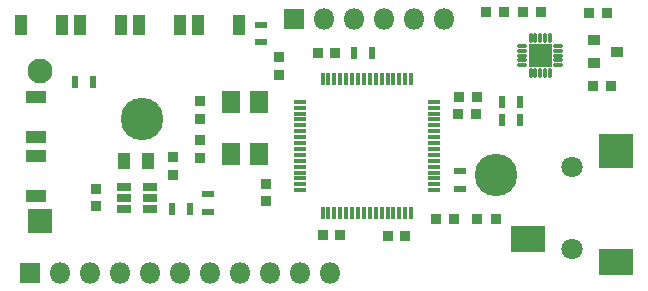
<source format=gts>
G04 #@! TF.FileFunction,Soldermask,Top*
%FSLAX46Y46*%
G04 Gerber Fmt 4.6, Leading zero omitted, Abs format (unit mm)*
G04 Created by KiCad (PCBNEW 4.0.7-e0-6372~58~ubuntu16.10.1) date Sun Jan  7 20:34:22 2018*
%MOMM*%
%LPD*%
G01*
G04 APERTURE LIST*
%ADD10C,0.100000*%
%ADD11R,0.850000X0.900000*%
%ADD12R,0.900000X0.850000*%
%ADD13R,1.100000X1.350000*%
%ADD14R,0.600000X1.000000*%
%ADD15R,1.000000X0.600000*%
%ADD16R,1.160000X0.750000*%
%ADD17R,2.100000X2.100000*%
%ADD18C,2.100000*%
%ADD19C,3.600000*%
%ADD20O,0.850000X0.300000*%
%ADD21O,0.300000X0.850000*%
%ADD22R,1.025000X1.025000*%
%ADD23R,1.100000X0.350000*%
%ADD24R,0.350000X1.100000*%
%ADD25C,1.800000*%
%ADD26R,2.900000X2.300000*%
%ADD27R,2.900000X2.900000*%
%ADD28R,1.499540X1.900860*%
%ADD29R,1.000000X0.900000*%
%ADD30R,1.000000X1.800000*%
%ADD31R,1.800000X1.000000*%
%ADD32R,1.800000X1.800000*%
%ADD33O,1.800000X1.800000*%
%ADD34R,0.900000X0.900000*%
G04 APERTURE END LIST*
D10*
D11*
X137790000Y-100020000D03*
X137790000Y-98520000D03*
D12*
X164020000Y-102500000D03*
X162520000Y-102500000D03*
D11*
X153350000Y-88920000D03*
X153350000Y-87420000D03*
X144320000Y-97390000D03*
X144320000Y-95890000D03*
D12*
X157010000Y-102460000D03*
X158510000Y-102460000D03*
X168148000Y-101092000D03*
X166648000Y-101092000D03*
X170050000Y-90730000D03*
X168550000Y-90730000D03*
X158090000Y-87070000D03*
X156590000Y-87070000D03*
D13*
X142190000Y-96220000D03*
X140190000Y-96220000D03*
D14*
X159655000Y-87045000D03*
X161155000Y-87045000D03*
D15*
X147340000Y-99010000D03*
X147340000Y-100510000D03*
D14*
X144250000Y-100290000D03*
X145750000Y-100290000D03*
D16*
X140190000Y-98370000D03*
X140190000Y-99320000D03*
X140190000Y-100270000D03*
X142390000Y-100270000D03*
X142390000Y-98370000D03*
X142390000Y-99320000D03*
D17*
X133114000Y-101299500D03*
D18*
X133114000Y-88599500D03*
D19*
X141750000Y-92600000D03*
X171722000Y-97337100D03*
D11*
X146640000Y-92650000D03*
X146640000Y-91150000D03*
X146640000Y-95910000D03*
X146640000Y-94410000D03*
D12*
X170010000Y-92220000D03*
X168510000Y-92220000D03*
X181050000Y-83660000D03*
X179550000Y-83660000D03*
X172330000Y-83590000D03*
X170830000Y-83590000D03*
X173990000Y-83590000D03*
X175490000Y-83590000D03*
D15*
X151790000Y-84650000D03*
X151790000Y-86150000D03*
D14*
X172180000Y-92760000D03*
X173680000Y-92760000D03*
X172180000Y-91190000D03*
X173680000Y-91190000D03*
D20*
X176927500Y-88072500D03*
X176927500Y-87672500D03*
X176927500Y-87272500D03*
X176927500Y-86872500D03*
X176927500Y-86472500D03*
D21*
X176227500Y-85772500D03*
X175827500Y-85772500D03*
X175427500Y-85772500D03*
X175027500Y-85772500D03*
X174627500Y-85772500D03*
D20*
X173927500Y-86472500D03*
X173927500Y-86872500D03*
X173927500Y-87272500D03*
X173927500Y-87672500D03*
X173927500Y-88072500D03*
D21*
X174627500Y-88772500D03*
X175027500Y-88772500D03*
X175427500Y-88772500D03*
X175827500Y-88772500D03*
X176227500Y-88772500D03*
D22*
X174965000Y-86810000D03*
X174965000Y-87735000D03*
X175890000Y-86810000D03*
X175890000Y-87735000D03*
D23*
X155055000Y-91170000D03*
X155055000Y-91670000D03*
X155055000Y-92170000D03*
X155055000Y-92670000D03*
X155055000Y-93170000D03*
X155055000Y-93670000D03*
X155055000Y-94170000D03*
X155055000Y-94670000D03*
X155055000Y-95170000D03*
X155055000Y-95670000D03*
X155055000Y-96170000D03*
X155055000Y-96670000D03*
X155055000Y-97170000D03*
X155055000Y-97670000D03*
X155055000Y-98170000D03*
X155055000Y-98670000D03*
D24*
X157005000Y-100620000D03*
X157505000Y-100620000D03*
X158005000Y-100620000D03*
X158505000Y-100620000D03*
X159005000Y-100620000D03*
X159505000Y-100620000D03*
X160005000Y-100620000D03*
X160505000Y-100620000D03*
X161005000Y-100620000D03*
X161505000Y-100620000D03*
X162005000Y-100620000D03*
X162505000Y-100620000D03*
X163005000Y-100620000D03*
X163505000Y-100620000D03*
X164005000Y-100620000D03*
X164505000Y-100620000D03*
D23*
X166455000Y-98670000D03*
X166455000Y-98170000D03*
X166455000Y-97670000D03*
X166455000Y-97170000D03*
X166455000Y-96670000D03*
X166455000Y-96170000D03*
X166455000Y-95670000D03*
X166455000Y-95170000D03*
X166455000Y-94670000D03*
X166455000Y-94170000D03*
X166455000Y-93670000D03*
X166455000Y-93170000D03*
X166455000Y-92670000D03*
X166455000Y-92170000D03*
X166455000Y-91670000D03*
X166455000Y-91170000D03*
D24*
X164505000Y-89220000D03*
X164005000Y-89220000D03*
X163505000Y-89220000D03*
X163005000Y-89220000D03*
X162505000Y-89220000D03*
X162005000Y-89220000D03*
X161505000Y-89220000D03*
X161005000Y-89220000D03*
X160505000Y-89220000D03*
X160005000Y-89220000D03*
X159505000Y-89220000D03*
X159005000Y-89220000D03*
X158505000Y-89220000D03*
X158005000Y-89220000D03*
X157505000Y-89220000D03*
X157005000Y-89220000D03*
D25*
X178120000Y-103670000D03*
X178120000Y-96670000D03*
D26*
X181820000Y-104770000D03*
X174420000Y-102770000D03*
D27*
X181820000Y-95370000D03*
D28*
X151638880Y-95619640D03*
X151638880Y-91220360D03*
X149241120Y-91220360D03*
X149241120Y-95619640D03*
D12*
X181420000Y-89810000D03*
X179920000Y-89810000D03*
D29*
X179960000Y-85970000D03*
X179960000Y-87870000D03*
X181960000Y-86920000D03*
D11*
X152210000Y-99610000D03*
X152210000Y-98110000D03*
D30*
X131500000Y-84640000D03*
X134900000Y-84640000D03*
X136500000Y-84640000D03*
X139900000Y-84640000D03*
X141500000Y-84640000D03*
X144900000Y-84640000D03*
X146490000Y-84640000D03*
X149890000Y-84640000D03*
D31*
X132750000Y-94200000D03*
X132750000Y-90800000D03*
X132740000Y-99190000D03*
X132740000Y-95790000D03*
D32*
X154620000Y-84130000D03*
D33*
X157160000Y-84130000D03*
X159700000Y-84130000D03*
X162240000Y-84130000D03*
X164780000Y-84130000D03*
X167320000Y-84130000D03*
D32*
X132210000Y-105710000D03*
D33*
X134750000Y-105710000D03*
X137290000Y-105710000D03*
X139830000Y-105710000D03*
X142370000Y-105710000D03*
X144910000Y-105710000D03*
X147450000Y-105710000D03*
X149990000Y-105710000D03*
X152530000Y-105710000D03*
X155070000Y-105710000D03*
X157610000Y-105710000D03*
D14*
X136050000Y-89480000D03*
X137550000Y-89480000D03*
D34*
X171704000Y-101092000D03*
X170104000Y-101092000D03*
D15*
X168656000Y-98528000D03*
X168656000Y-97028000D03*
M02*

</source>
